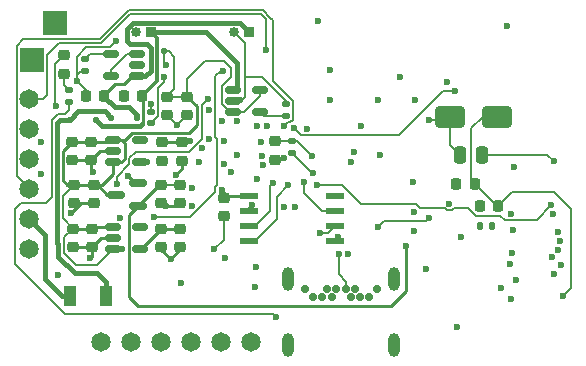
<source format=gbr>
%TF.GenerationSoftware,KiCad,Pcbnew,8.0.8*%
%TF.CreationDate,2025-02-18T00:27:10-08:00*%
%TF.ProjectId,OuterBoard_rev3.1,4f757465-7242-46f6-9172-645f72657633,rev?*%
%TF.SameCoordinates,Original*%
%TF.FileFunction,Copper,L6,Bot*%
%TF.FilePolarity,Positive*%
%FSLAX46Y46*%
G04 Gerber Fmt 4.6, Leading zero omitted, Abs format (unit mm)*
G04 Created by KiCad (PCBNEW 8.0.8) date 2025-02-18 00:27:10*
%MOMM*%
%LPD*%
G01*
G04 APERTURE LIST*
G04 Aperture macros list*
%AMRoundRect*
0 Rectangle with rounded corners*
0 $1 Rounding radius*
0 $2 $3 $4 $5 $6 $7 $8 $9 X,Y pos of 4 corners*
0 Add a 4 corners polygon primitive as box body*
4,1,4,$2,$3,$4,$5,$6,$7,$8,$9,$2,$3,0*
0 Add four circle primitives for the rounded corners*
1,1,$1+$1,$2,$3*
1,1,$1+$1,$4,$5*
1,1,$1+$1,$6,$7*
1,1,$1+$1,$8,$9*
0 Add four rect primitives between the rounded corners*
20,1,$1+$1,$2,$3,$4,$5,0*
20,1,$1+$1,$4,$5,$6,$7,0*
20,1,$1+$1,$6,$7,$8,$9,0*
20,1,$1+$1,$8,$9,$2,$3,0*%
G04 Aperture macros list end*
%TA.AperFunction,ComponentPad*%
%ADD10C,1.650000*%
%TD*%
%TA.AperFunction,ComponentPad*%
%ADD11C,0.700000*%
%TD*%
%TA.AperFunction,ComponentPad*%
%ADD12O,1.000000X2.000000*%
%TD*%
%TA.AperFunction,ComponentPad*%
%ADD13R,2.000000X2.000000*%
%TD*%
%TA.AperFunction,ComponentPad*%
%ADD14R,0.850000X0.850000*%
%TD*%
%TA.AperFunction,ComponentPad*%
%ADD15C,0.850000*%
%TD*%
%TA.AperFunction,SMDPad,CuDef*%
%ADD16RoundRect,0.225000X-0.250000X0.225000X-0.250000X-0.225000X0.250000X-0.225000X0.250000X0.225000X0*%
%TD*%
%TA.AperFunction,SMDPad,CuDef*%
%ADD17RoundRect,0.225000X0.225000X0.250000X-0.225000X0.250000X-0.225000X-0.250000X0.225000X-0.250000X0*%
%TD*%
%TA.AperFunction,SMDPad,CuDef*%
%ADD18R,1.549400X0.558800*%
%TD*%
%TA.AperFunction,SMDPad,CuDef*%
%ADD19R,1.117600X1.803400*%
%TD*%
%TA.AperFunction,SMDPad,CuDef*%
%ADD20RoundRect,0.250000X-0.250000X-0.475000X0.250000X-0.475000X0.250000X0.475000X-0.250000X0.475000X0*%
%TD*%
%TA.AperFunction,SMDPad,CuDef*%
%ADD21RoundRect,0.150000X0.512500X0.150000X-0.512500X0.150000X-0.512500X-0.150000X0.512500X-0.150000X0*%
%TD*%
%TA.AperFunction,SMDPad,CuDef*%
%ADD22RoundRect,0.250000X1.000000X0.650000X-1.000000X0.650000X-1.000000X-0.650000X1.000000X-0.650000X0*%
%TD*%
%TA.AperFunction,SMDPad,CuDef*%
%ADD23RoundRect,0.218750X-0.256250X0.218750X-0.256250X-0.218750X0.256250X-0.218750X0.256250X0.218750X0*%
%TD*%
%TA.AperFunction,SMDPad,CuDef*%
%ADD24RoundRect,0.135000X-0.185000X0.135000X-0.185000X-0.135000X0.185000X-0.135000X0.185000X0.135000X0*%
%TD*%
%TA.AperFunction,SMDPad,CuDef*%
%ADD25RoundRect,0.147500X0.172500X-0.147500X0.172500X0.147500X-0.172500X0.147500X-0.172500X-0.147500X0*%
%TD*%
%TA.AperFunction,SMDPad,CuDef*%
%ADD26RoundRect,0.150000X-0.512500X-0.150000X0.512500X-0.150000X0.512500X0.150000X-0.512500X0.150000X0*%
%TD*%
%TA.AperFunction,SMDPad,CuDef*%
%ADD27RoundRect,0.125000X-0.125000X-0.125000X0.125000X-0.125000X0.125000X0.125000X-0.125000X0.125000X0*%
%TD*%
%TA.AperFunction,SMDPad,CuDef*%
%ADD28RoundRect,0.135000X0.135000X0.185000X-0.135000X0.185000X-0.135000X-0.185000X0.135000X-0.185000X0*%
%TD*%
%TA.AperFunction,SMDPad,CuDef*%
%ADD29RoundRect,0.150000X0.587500X0.150000X-0.587500X0.150000X-0.587500X-0.150000X0.587500X-0.150000X0*%
%TD*%
%TA.AperFunction,SMDPad,CuDef*%
%ADD30RoundRect,0.140000X0.170000X-0.140000X0.170000X0.140000X-0.170000X0.140000X-0.170000X-0.140000X0*%
%TD*%
%TA.AperFunction,SMDPad,CuDef*%
%ADD31RoundRect,0.135000X0.185000X-0.135000X0.185000X0.135000X-0.185000X0.135000X-0.185000X-0.135000X0*%
%TD*%
%TA.AperFunction,SMDPad,CuDef*%
%ADD32RoundRect,0.125000X-0.125000X0.125000X-0.125000X-0.125000X0.125000X-0.125000X0.125000X0.125000X0*%
%TD*%
%TA.AperFunction,ViaPad*%
%ADD33C,0.600000*%
%TD*%
%TA.AperFunction,Conductor*%
%ADD34C,0.200000*%
%TD*%
%TA.AperFunction,Conductor*%
%ADD35C,0.254000*%
%TD*%
%TA.AperFunction,Conductor*%
%ADD36C,0.400000*%
%TD*%
%TA.AperFunction,Conductor*%
%ADD37C,0.250000*%
%TD*%
%TA.AperFunction,Conductor*%
%ADD38C,0.300000*%
%TD*%
G04 APERTURE END LIST*
D10*
%TO.P,J2,1*%
%TO.N,GPIO45*%
X115620800Y-104013000D03*
%TO.P,J2,2*%
%TO.N,GPIO46*%
X118160800Y-104013000D03*
%TO.P,J2,3*%
%TO.N,IO21{slash}USER_LED*%
X120700800Y-104013000D03*
%TO.P,J2,4*%
%TO.N,D10{slash}A10{slash}MOSI*%
X123240800Y-104013000D03*
%TO.P,J2,5*%
%TO.N,D9{slash}A9{slash}MISO*%
X125780800Y-104013000D03*
%TO.P,J2,6*%
%TO.N,D8{slash}A8{slash}SCK*%
X128320800Y-104013000D03*
%TD*%
D11*
%TO.P,J42,B1,GND__2*%
%TO.N,GND*%
X138978400Y-99503000D03*
%TO.P,J42,B2,SSTXP2*%
%TO.N,unconnected-(J42-SSTXP2-PadB2)*%
X138328400Y-100203000D03*
%TO.P,J42,B3,SSTXN2*%
%TO.N,unconnected-(J42-SSTXN2-PadB3)*%
X137528400Y-100203000D03*
%TO.P,J42,B4,VBUS__2*%
%TO.N,+5V*%
X137128400Y-99503000D03*
%TO.P,J42,B5,CC2*%
%TO.N,Net-(J42-CC2)*%
X136728400Y-100203000D03*
%TO.P,J42,B6,DP2*%
%TO.N,USB_DP*%
X136328400Y-99503000D03*
%TO.P,J42,B7,DN2*%
%TO.N,USB_DN*%
X135528400Y-99503000D03*
%TO.P,J42,B8,SBU2*%
%TO.N,unconnected-(J42-SBU2-PadB8)*%
X135128400Y-100203000D03*
%TO.P,J42,B9,VBUS__3*%
%TO.N,+5V*%
X134728400Y-99503000D03*
%TO.P,J42,B10,SSRXN1*%
%TO.N,unconnected-(J42-SSRXN1-PadB10)*%
X134328400Y-100203000D03*
%TO.P,J42,B11,SSRXP1*%
%TO.N,unconnected-(J42-SSRXP1-PadB11)*%
X133528400Y-100203000D03*
%TO.P,J42,B12,GND__3*%
%TO.N,GND*%
X132878400Y-99503000D03*
D12*
%TO.P,J42,SH1,SHIELD*%
X131428400Y-98703000D03*
%TO.P,J42,SH2,SHIELD__1*%
X140428400Y-98703000D03*
%TO.P,J42,SH3,SHIELD__2*%
X131428400Y-104303000D03*
%TO.P,J42,SH4,SHIELD__3*%
X140428400Y-104303000D03*
%TD*%
D13*
%TO.P,TP1,1,1*%
%TO.N,Net-(D1-K)*%
X109728000Y-80137000D03*
%TD*%
D14*
%TO.P,J3,1,1*%
%TO.N,+BATT1*%
X119837200Y-77800200D03*
D15*
%TO.P,J3,2,2*%
%TO.N,GNDPWR*%
X118587200Y-77800200D03*
%TD*%
D14*
%TO.P,J4,1,1*%
%TO.N,+BATT2*%
X128117600Y-77749400D03*
D15*
%TO.P,J4,2,2*%
%TO.N,GNDPWR*%
X126867600Y-77749400D03*
%TD*%
D13*
%TO.P,TP2,1,1*%
%TO.N,Net-(D2-K)*%
X111683800Y-76962000D03*
%TD*%
D10*
%TO.P,J1,1*%
%TO.N,GNDPWR*%
X109524800Y-96113600D03*
%TO.P,J1,2*%
%TO.N,VDC*%
X109524800Y-93573600D03*
%TO.P,J1,3*%
%TO.N,D1{slash}A1*%
X109524800Y-91033600D03*
%TO.P,J1,4*%
%TO.N,GNDPWR*%
X109524800Y-88493600D03*
%TO.P,J1,5*%
%TO.N,VDC*%
X109524800Y-85953600D03*
%TO.P,J1,6*%
%TO.N,D0{slash}A0*%
X109524800Y-83413600D03*
%TD*%
D16*
%TO.P,C16,1*%
%TO.N,+3.3V*%
X122453400Y-87093800D03*
%TO.P,C16,2*%
%TO.N,GND*%
X122453400Y-88643800D03*
%TD*%
%TO.P,C27,1*%
%TO.N,+2V8*%
X122301000Y-90728800D03*
%TO.P,C27,2*%
%TO.N,GND*%
X122301000Y-92278800D03*
%TD*%
D17*
%TO.P,C12,1*%
%TO.N,Net-(D7-K)*%
X147244400Y-90627200D03*
%TO.P,C12,2*%
%TO.N,GND*%
X145694400Y-90627200D03*
%TD*%
D18*
%TO.P,U2,1,CS#*%
%TO.N,SPICS0*%
X135432900Y-91643200D03*
%TO.P,U2,2,SO(IO1)*%
%TO.N,SPIQ*%
X135432900Y-92913200D03*
%TO.P,U2,3,WP#(IO2)*%
%TO.N,SPIWP*%
X135432900Y-94183200D03*
%TO.P,U2,4,VSS*%
%TO.N,GND*%
X135432900Y-95453200D03*
%TO.P,U2,5,SI(IO0)*%
%TO.N,SPID*%
X128168500Y-95453200D03*
%TO.P,U2,6,SCLK*%
%TO.N,SPICLK*%
X128168500Y-94183200D03*
%TO.P,U2,7,HOLD#(IO3)*%
%TO.N,SPIHD*%
X128168500Y-92913200D03*
%TO.P,U2,8,VCC*%
%TO.N,VDD_SPI*%
X128168500Y-91643200D03*
%TD*%
D16*
%TO.P,C7,1*%
%TO.N,VDC*%
X121183400Y-83235800D03*
%TO.P,C7,2*%
%TO.N,GND*%
X121183400Y-84785800D03*
%TD*%
D19*
%TO.P,F1,1,1*%
%TO.N,VDC*%
X113004600Y-100152200D03*
%TO.P,F1,2,2*%
%TO.N,Net-(D10-K)*%
X116001800Y-100152200D03*
%TD*%
D16*
%TO.P,C24,1*%
%TO.N,+1V8*%
X120700800Y-94411800D03*
%TO.P,C24,2*%
%TO.N,GND*%
X120700800Y-95961800D03*
%TD*%
%TO.P,C20,1*%
%TO.N,VDC*%
X113334800Y-90703400D03*
%TO.P,C20,2*%
%TO.N,GND*%
X113334800Y-92253400D03*
%TD*%
%TO.P,C21,1*%
%TO.N,VDC*%
X114833400Y-94411800D03*
%TO.P,C21,2*%
%TO.N,GND*%
X114833400Y-95961800D03*
%TD*%
D20*
%TO.P,FB1,1*%
%TO.N,+2V8*%
X145973800Y-88163400D03*
%TO.P,FB1,2*%
%TO.N,Net-(FB1-Pad2)*%
X147873800Y-88163400D03*
%TD*%
D21*
%TO.P,U3,1,CE*%
%TO.N,VDC*%
X118688700Y-79618800D03*
%TO.P,U3,2,V_{SS}*%
%TO.N,GNDPWR*%
X118688700Y-80568800D03*
%TO.P,U3,3,V_{BAT}*%
%TO.N,+BATT2*%
X118688700Y-81518800D03*
%TO.P,U3,4,V_{DD}*%
%TO.N,VDC*%
X116413700Y-81518800D03*
%TO.P,U3,5,PROG*%
%TO.N,Net-(U3-PROG)*%
X116413700Y-79618800D03*
%TD*%
D16*
%TO.P,C11,1*%
%TO.N,VDC*%
X113131600Y-87043000D03*
%TO.P,C11,2*%
%TO.N,GND*%
X113131600Y-88593000D03*
%TD*%
D17*
%TO.P,C8,1*%
%TO.N,+BATT2*%
X115874800Y-83159600D03*
%TO.P,C8,2*%
%TO.N,GNDPWR*%
X114324800Y-83159600D03*
%TD*%
D22*
%TO.P,D7,1,K*%
%TO.N,Net-(D7-K)*%
X149142200Y-84937600D03*
%TO.P,D7,2,A*%
%TO.N,+2V8*%
X145142200Y-84937600D03*
%TD*%
D23*
%TO.P,D13,1,K*%
%TO.N,GND*%
X112445800Y-79705100D03*
%TO.P,D13,2,A*%
%TO.N,Net-(D13-A)*%
X112445800Y-81280100D03*
%TD*%
D24*
%TO.P,R25,1*%
%TO.N,Net-(D13-A)*%
X112903000Y-82651600D03*
%TO.P,R25,2*%
%TO.N,+5V*%
X112903000Y-83671600D03*
%TD*%
D25*
%TO.P,L2,1,1*%
%TO.N,+3.3V*%
X131775200Y-87988000D03*
%TO.P,L2,2,2*%
%TO.N,Net-(C38-Pad1)*%
X131775200Y-87018000D03*
%TD*%
D17*
%TO.P,C14,1*%
%TO.N,Net-(D7-K)*%
X149199600Y-92481400D03*
%TO.P,C14,2*%
%TO.N,GND*%
X147649600Y-92481400D03*
%TD*%
D26*
%TO.P,U4,1,VIN*%
%TO.N,VDC*%
X116636800Y-88793400D03*
%TO.P,U4,2,GND*%
%TO.N,GND*%
X116636800Y-87843400D03*
%TO.P,U4,3,EN*%
%TO.N,VDC*%
X116636800Y-86893400D03*
%TO.P,U4,4,NC*%
%TO.N,unconnected-(U4-NC-Pad4)*%
X118911800Y-86893400D03*
%TO.P,U4,5,VOUT*%
%TO.N,+3.3V*%
X118911800Y-88793400D03*
%TD*%
D17*
%TO.P,C4,1*%
%TO.N,+BATT1*%
X119100600Y-83159600D03*
%TO.P,C4,2*%
%TO.N,GNDPWR*%
X117550600Y-83159600D03*
%TD*%
D16*
%TO.P,C26,1*%
%TO.N,+1V8*%
X122326400Y-94411800D03*
%TO.P,C26,2*%
%TO.N,GND*%
X122326400Y-95961800D03*
%TD*%
D27*
%TO.P,D11,1,K*%
%TO.N,Net-(D10-K)*%
X116459000Y-85013800D03*
%TO.P,D11,2,A*%
%TO.N,+BATT2*%
X118659000Y-85013800D03*
%TD*%
D24*
%TO.P,R4,1*%
%TO.N,Net-(U3-PROG)*%
X114249200Y-80058800D03*
%TO.P,R4,2*%
%TO.N,GNDPWR*%
X114249200Y-81078800D03*
%TD*%
D28*
%TO.P,R5,1*%
%TO.N,Net-(J10-Pad8)*%
X148742400Y-94183200D03*
%TO.P,R5,2*%
%TO.N,GND*%
X147722400Y-94183200D03*
%TD*%
D29*
%TO.P,U6,1,GND*%
%TO.N,GND*%
X118745000Y-90576400D03*
%TO.P,U6,2,VO*%
%TO.N,+2V8*%
X118745000Y-92476400D03*
%TO.P,U6,3,VI*%
%TO.N,VDC*%
X116870000Y-91526400D03*
%TD*%
D16*
%TO.P,C25,1*%
%TO.N,+2V8*%
X120650000Y-90728800D03*
%TO.P,C25,2*%
%TO.N,GND*%
X120650000Y-92278800D03*
%TD*%
D30*
%TO.P,C2,1*%
%TO.N,VCC*%
X119862600Y-85468400D03*
%TO.P,C2,2*%
%TO.N,GNDPWR*%
X119862600Y-84508400D03*
%TD*%
D16*
%TO.P,C22,1*%
%TO.N,VDC*%
X114985800Y-90703400D03*
%TO.P,C22,2*%
%TO.N,GND*%
X114985800Y-92253400D03*
%TD*%
%TO.P,C38,1*%
%TO.N,Net-(C38-Pad1)*%
X130327400Y-87020400D03*
%TO.P,C38,2*%
%TO.N,GND*%
X130327400Y-88570400D03*
%TD*%
D27*
%TO.P,D10,1,K*%
%TO.N,Net-(D10-K)*%
X112946000Y-85191600D03*
%TO.P,D10,2,A*%
%TO.N,+BATT1*%
X115146000Y-85191600D03*
%TD*%
D16*
%TO.P,C44,1*%
%TO.N,VDD_SPI*%
X126009400Y-91782600D03*
%TO.P,C44,2*%
%TO.N,GND*%
X126009400Y-93332600D03*
%TD*%
D26*
%TO.P,U5,1,VIN*%
%TO.N,VDC*%
X116647800Y-96134000D03*
%TO.P,U5,2,GND*%
%TO.N,GND*%
X116647800Y-95184000D03*
%TO.P,U5,3,EN*%
%TO.N,VDC*%
X116647800Y-94234000D03*
%TO.P,U5,4,NC*%
%TO.N,unconnected-(U5-NC-Pad4)*%
X118922800Y-94234000D03*
%TO.P,U5,5,VOUT*%
%TO.N,+1V8*%
X118922800Y-96134000D03*
%TD*%
D16*
%TO.P,C10,1*%
%TO.N,VDC*%
X114757200Y-87045800D03*
%TO.P,C10,2*%
%TO.N,GND*%
X114757200Y-88595800D03*
%TD*%
D31*
%TO.P,R1,1*%
%TO.N,Net-(U1-PROG)*%
X131267200Y-84888800D03*
%TO.P,R1,2*%
%TO.N,GNDPWR*%
X131267200Y-83868800D03*
%TD*%
D16*
%TO.P,C3,1*%
%TO.N,VDC*%
X122885200Y-83235800D03*
%TO.P,C3,2*%
%TO.N,GND*%
X122885200Y-84785800D03*
%TD*%
%TO.P,C19,1*%
%TO.N,VDC*%
X113233200Y-94411800D03*
%TO.P,C19,2*%
%TO.N,GND*%
X113233200Y-95961800D03*
%TD*%
%TO.P,C13,1*%
%TO.N,+3.3V*%
X120802400Y-87096600D03*
%TO.P,C13,2*%
%TO.N,GND*%
X120802400Y-88646600D03*
%TD*%
D32*
%TO.P,D6,1,K*%
%TO.N,VDC*%
X120954800Y-79400400D03*
%TO.P,D6,2,A*%
%TO.N,VCC*%
X120954800Y-81600400D03*
%TD*%
D26*
%TO.P,U1,1,CE*%
%TO.N,VDC*%
X126796800Y-84551600D03*
%TO.P,U1,2,V_{SS}*%
%TO.N,GNDPWR*%
X126796800Y-83601600D03*
%TO.P,U1,3,V_{BAT}*%
%TO.N,+BATT1*%
X126796800Y-82651600D03*
%TO.P,U1,4,V_{DD}*%
%TO.N,VDC*%
X129071800Y-82651600D03*
%TO.P,U1,5,PROG*%
%TO.N,Net-(U1-PROG)*%
X129071800Y-84551600D03*
%TD*%
D33*
%TO.N,GND*%
X147726400Y-94157800D03*
X114935000Y-89611200D03*
X121132600Y-92504600D03*
X142111489Y-93007223D03*
X121488200Y-97002600D03*
X145669000Y-90678000D03*
X154263252Y-96239441D03*
X123910000Y-88790000D03*
X120802400Y-88646600D03*
X110540800Y-87096600D03*
X150320000Y-100336400D03*
X145084800Y-92284600D03*
X150571200Y-89230200D03*
X113030000Y-93116400D03*
X128730000Y-97690000D03*
X142028800Y-90476900D03*
X147650200Y-92456000D03*
X117889684Y-89981291D03*
X123266200Y-92532200D03*
X131069477Y-88457575D03*
X111749000Y-84037600D03*
X139238800Y-88206400D03*
X122047000Y-85648800D03*
X128652394Y-99384806D03*
X114681000Y-96926400D03*
X125196600Y-96164400D03*
X122351800Y-99034600D03*
X135661400Y-95097600D03*
X139065000Y-83540600D03*
X134970000Y-83510000D03*
X117201071Y-93477539D03*
X134970000Y-80990000D03*
X134000000Y-76850000D03*
X145770600Y-102743000D03*
X121943122Y-89829707D03*
X142189200Y-83540600D03*
X150012400Y-77241400D03*
%TO.N,VCC*%
X120954800Y-81538800D03*
%TO.N,+2V8*%
X143408400Y-85242400D03*
X141452600Y-95885000D03*
%TO.N,VDC*%
X117396700Y-96139000D03*
X113004600Y-100152200D03*
X121107200Y-80568800D03*
X118688700Y-79618800D03*
%TO.N,Net-(D7-K)*%
X154686000Y-100101400D03*
%TO.N,+3.3V*%
X140944600Y-81584800D03*
X123266200Y-90954600D03*
X126100000Y-96920000D03*
X120802400Y-87096600D03*
X146098900Y-95123000D03*
X111988600Y-98348800D03*
X144909600Y-81965800D03*
X142087600Y-94589600D03*
X119483800Y-88793400D03*
X123153000Y-87031400D03*
X133527800Y-89662000D03*
X110515400Y-89814400D03*
X143078200Y-97866200D03*
%TO.N,+1V8*%
X153847800Y-93192600D03*
X120700800Y-94411800D03*
%TO.N,Net-(C38-Pad1)*%
X133444702Y-88239600D03*
%TO.N,+5V*%
X130429000Y-101879400D03*
%TO.N,IO21{slash}USER_LED*%
X125830000Y-85308799D03*
%TO.N,Net-(FB1-Pad2)*%
X153949400Y-88722200D03*
%TO.N,USB_DP*%
X135712200Y-96520000D03*
X126586400Y-89603665D03*
%TO.N,USB_DN*%
X136525000Y-96570800D03*
X125984000Y-88900000D03*
%TO.N,MTCK{slash}IO39{slash}CAM_SCL*%
X139013899Y-94285101D03*
X143370000Y-93550000D03*
%TO.N,IO38{slash}DVP_VSYNC*%
X133858000Y-90728800D03*
X153725086Y-92450272D03*
%TO.N,Net-(J10-Pad8)*%
X148742400Y-94183200D03*
%TO.N,IO47{slash}DVP_HREF*%
X131987500Y-92597090D03*
X150342600Y-93141800D03*
%TO.N,IO48{slash}DVP_Y9*%
X131054076Y-92574211D03*
X150520400Y-94564200D03*
%TO.N,IO10{slash}XMCLK*%
X127127615Y-85308799D03*
X154300000Y-94700000D03*
%TO.N,IO11{slash}DVP_Y8*%
X124715600Y-86848296D03*
X154440000Y-95490000D03*
%TO.N,IO12{slash}DVP_Y7*%
X153810000Y-96840000D03*
X125984000Y-87020400D03*
%TO.N,IO13{slash}DVP_PCLK*%
X129164567Y-87102167D03*
X150418800Y-96443800D03*
%TO.N,IO14{slash}DVP_Y6*%
X154514600Y-97455000D03*
X124160450Y-87606201D03*
%TO.N,IO15{slash}DVP_Y2*%
X127076200Y-88206000D03*
X150215600Y-97434400D03*
%TO.N,IO16{slash}DVP_Y5*%
X153970000Y-98240000D03*
X129235200Y-88288500D03*
%TO.N,IO17{slash}DVP_Y3*%
X129330301Y-89044545D03*
X150710000Y-98792400D03*
%TO.N,IO18{slash}DVP_Y4*%
X149450000Y-99441000D03*
X128839742Y-90170878D03*
%TO.N,CHIP_EN*%
X133030300Y-85939200D03*
X137591800Y-85725000D03*
%TO.N,BNO_INT*%
X120091200Y-93421200D03*
X125933200Y-81049800D03*
%TO.N,D1{slash}A1*%
X131108400Y-85750400D03*
%TO.N,D0{slash}A0*%
X129592400Y-79324200D03*
%TO.N,GPIO0*%
X131953000Y-85928200D03*
X145592800Y-82753200D03*
%TO.N,BNO_RST*%
X116967000Y-90601800D03*
X124661600Y-83439000D03*
%TO.N,D8{slash}A8{slash}SCK*%
X129641600Y-85750400D03*
%TO.N,D9{slash}A9{slash}MISO*%
X128843704Y-85733896D03*
%TO.N,D10{slash}A10{slash}MOSI*%
X124714000Y-84404200D03*
%TO.N,VDD_SPI*%
X125830000Y-91135200D03*
%TO.N,SPIHD*%
X128357314Y-92410849D03*
%TO.N,SPIWP*%
X134162800Y-94818200D03*
%TO.N,SPICS0*%
X135432900Y-91643200D03*
%TO.N,SPICLK*%
X130149600Y-90576400D03*
%TO.N,SPIQ*%
X132791200Y-90500200D03*
%TO.N,SPID*%
X131445000Y-90754200D03*
%TO.N,GNDPWR*%
X118688700Y-80568800D03*
X117668297Y-83398103D03*
X127345704Y-83494601D03*
X113583130Y-81940400D03*
X119820552Y-83885375D03*
X116890800Y-78536800D03*
%TO.N,GPIO45*%
X136753600Y-88773000D03*
%TO.N,GPIO46*%
X136982200Y-87884000D03*
%TD*%
D34*
%TO.N,GND*%
X122047000Y-85648800D02*
X122047000Y-85624000D01*
D35*
X122075200Y-92504600D02*
X122301000Y-92278800D01*
D34*
X112445800Y-79705100D02*
X111718400Y-80432500D01*
X126009400Y-93332600D02*
X126009400Y-95351600D01*
X111718400Y-80432500D02*
X111718400Y-84007000D01*
D35*
X121132600Y-92504600D02*
X122075200Y-92504600D01*
X120802400Y-88688985D02*
X120802400Y-88646600D01*
X113893000Y-92253400D02*
X113030000Y-93116400D01*
D34*
X122047000Y-85648800D02*
X122046400Y-85648800D01*
D35*
X122326400Y-96164400D02*
X121488200Y-97002600D01*
X114833400Y-96774000D02*
X114681000Y-96926400D01*
D34*
X126009400Y-95351600D02*
X125196600Y-96164400D01*
X147649600Y-92456600D02*
X147650200Y-92456000D01*
X130956652Y-88570400D02*
X130327400Y-88570400D01*
D35*
X115611200Y-95184000D02*
X114833400Y-95961800D01*
D34*
X122046400Y-85648800D02*
X121183400Y-84785800D01*
D35*
X115509600Y-87843400D02*
X114757200Y-88595800D01*
D34*
X147722400Y-94161800D02*
X147726400Y-94157800D01*
D35*
X120700800Y-96215200D02*
X121488200Y-97002600D01*
X116636800Y-87843400D02*
X115509600Y-87843400D01*
X113233200Y-95961800D02*
X114833400Y-95961800D01*
D34*
X145694400Y-90627200D02*
X145694400Y-90652600D01*
X147649600Y-92481400D02*
X147649600Y-92456600D01*
D35*
X114757200Y-89433400D02*
X114757200Y-88595800D01*
D34*
X122047000Y-85624000D02*
X122885200Y-84785800D01*
D35*
X114754400Y-88593000D02*
X114757200Y-88595800D01*
D34*
X111718400Y-84007000D02*
X111749000Y-84037600D01*
D35*
X120906800Y-92278800D02*
X120650000Y-92278800D01*
X121132600Y-92504600D02*
X120906800Y-92278800D01*
X118484793Y-90576400D02*
X118745000Y-90576400D01*
D34*
X135432900Y-95453200D02*
X135432900Y-95326100D01*
D35*
X120700800Y-95961800D02*
X120700800Y-96215200D01*
D34*
X131069477Y-88457575D02*
X130956652Y-88570400D01*
D35*
X114935000Y-89611200D02*
X114757200Y-89433400D01*
X116647800Y-95184000D02*
X115611200Y-95184000D01*
X122326400Y-95961800D02*
X122326400Y-96164400D01*
X117889684Y-89981291D02*
X118484793Y-90576400D01*
X114985800Y-92253400D02*
X113893000Y-92253400D01*
X122453400Y-89319429D02*
X122453400Y-88643800D01*
D34*
X135432900Y-95326100D02*
X135661400Y-95097600D01*
D35*
X113131600Y-88593000D02*
X114754400Y-88593000D01*
D34*
X147722400Y-94183200D02*
X147722400Y-94161800D01*
X145694400Y-90652600D02*
X145669000Y-90678000D01*
D35*
X121943122Y-89829707D02*
X122453400Y-89319429D01*
X114833400Y-95961800D02*
X114833400Y-96774000D01*
D34*
%TO.N,VCC*%
X120954800Y-81965800D02*
X120425000Y-82495600D01*
X120425000Y-82495600D02*
X120425000Y-84906000D01*
X120954800Y-81600400D02*
X120954800Y-81965800D01*
X120904800Y-81550400D02*
X120954800Y-81600400D01*
X120425000Y-84906000D02*
X119862600Y-85468400D01*
X120954800Y-81600400D02*
X120954800Y-81538800D01*
D35*
%TO.N,+2V8*%
X118770400Y-100965000D02*
X140182600Y-100965000D01*
D34*
X145142200Y-87331800D02*
X145973800Y-88163400D01*
X145142200Y-84937600D02*
X145142200Y-87331800D01*
D35*
X120492600Y-90728800D02*
X120650000Y-90728800D01*
D34*
X144837400Y-85242400D02*
X145142200Y-84937600D01*
D35*
X117980900Y-93240500D02*
X117980900Y-100175500D01*
X118745000Y-92476400D02*
X117980900Y-93240500D01*
X117980900Y-100175500D02*
X118770400Y-100965000D01*
X118745000Y-92476400D02*
X120492600Y-90728800D01*
X141452600Y-99695000D02*
X141452600Y-95885000D01*
X140182600Y-100965000D02*
X141452600Y-99695000D01*
D34*
X143408400Y-85242400D02*
X144837400Y-85242400D01*
X122301000Y-90728800D02*
X120650000Y-90728800D01*
%TO.N,VDC*%
X115298200Y-97483600D02*
X113511000Y-97483600D01*
X116647800Y-96134000D02*
X117391700Y-96134000D01*
D35*
X117299299Y-88793400D02*
X117602000Y-88490699D01*
D34*
X117815400Y-79618800D02*
X118688700Y-79618800D01*
D35*
X116636800Y-89763600D02*
X116636800Y-88793400D01*
D34*
X117391700Y-96134000D02*
X117396700Y-96139000D01*
D35*
X114985800Y-90703400D02*
X115316000Y-90703400D01*
D34*
X116413700Y-81518800D02*
X116413700Y-81020500D01*
D35*
X113334800Y-90703400D02*
X114985800Y-90703400D01*
D36*
X109524800Y-93573600D02*
X110896400Y-94945200D01*
D34*
X121361200Y-79400400D02*
X121818400Y-79857600D01*
D36*
X110896400Y-98709200D02*
X112339400Y-100152200D01*
D35*
X118247480Y-86283800D02*
X123088400Y-86283800D01*
X123088400Y-86283800D02*
X123698000Y-85674200D01*
D34*
X124409200Y-80187800D02*
X122885200Y-81711800D01*
X126511064Y-84551600D02*
X125806200Y-83846736D01*
D35*
X114754400Y-87043000D02*
X114757200Y-87045800D01*
D34*
X120954800Y-79400400D02*
X121361200Y-79400400D01*
X112369600Y-91668600D02*
X112369600Y-93548200D01*
X126796800Y-84551600D02*
X126511064Y-84551600D01*
D36*
X112339400Y-100152200D02*
X113004600Y-100152200D01*
D35*
X116636800Y-88793400D02*
X117299299Y-88793400D01*
X117602000Y-88490699D02*
X117602000Y-87196101D01*
D34*
X116413700Y-81020500D02*
X117815400Y-79618800D01*
X129071800Y-82651600D02*
X129071800Y-83145200D01*
D35*
X112750600Y-90703400D02*
X112377200Y-90330000D01*
D34*
X116647800Y-96134000D02*
X115298200Y-97483600D01*
D35*
X113233200Y-94411800D02*
X114833400Y-94411800D01*
D34*
X121107200Y-80568800D02*
X120954800Y-80416400D01*
X120954800Y-80416400D02*
X120954800Y-79400400D01*
X112505800Y-95139200D02*
X113233200Y-94411800D01*
D35*
X115316000Y-90703400D02*
X116139000Y-91526400D01*
X116636800Y-86893400D02*
X117637880Y-86893400D01*
D34*
X122885200Y-81711800D02*
X122885200Y-83235800D01*
X121183400Y-83235800D02*
X122885200Y-83235800D01*
D35*
X113131600Y-87043000D02*
X114754400Y-87043000D01*
X116139000Y-91526400D02*
X116870000Y-91526400D01*
X112377200Y-90330000D02*
X112377200Y-87797400D01*
X123698000Y-84048600D02*
X122885200Y-83235800D01*
X115011200Y-94234000D02*
X116647800Y-94234000D01*
D34*
X121818400Y-82600800D02*
X121183400Y-83235800D01*
X112505800Y-96478400D02*
X112505800Y-95139200D01*
D35*
X112377200Y-87797400D02*
X113131600Y-87043000D01*
D34*
X125984000Y-80187800D02*
X124409200Y-80187800D01*
D35*
X117637880Y-86893400D02*
X118247480Y-86283800D01*
D34*
X126619000Y-81559400D02*
X126619000Y-80822800D01*
D35*
X113334800Y-90703400D02*
X112750600Y-90703400D01*
X123698000Y-85674200D02*
X123698000Y-84048600D01*
X117299299Y-86893400D02*
X116636800Y-86893400D01*
D34*
X126619000Y-80822800D02*
X125984000Y-80187800D01*
X113511000Y-97483600D02*
X112505800Y-96478400D01*
D35*
X114833400Y-94411800D02*
X115011200Y-94234000D01*
D36*
X110896400Y-94945200D02*
X110896400Y-98709200D01*
D35*
X117602000Y-87196101D02*
X117299299Y-86893400D01*
D34*
X127665400Y-84551600D02*
X126796800Y-84551600D01*
X125806200Y-82372200D02*
X126619000Y-81559400D01*
X125806200Y-83846736D02*
X125806200Y-82372200D01*
X112369600Y-93548200D02*
X113233200Y-94411800D01*
X121818400Y-79857600D02*
X121818400Y-82600800D01*
D35*
X114757200Y-87045800D02*
X116484400Y-87045800D01*
D34*
X113334800Y-90703400D02*
X112369600Y-91668600D01*
D35*
X114985800Y-90703400D02*
X115697000Y-90703400D01*
X116484400Y-87045800D02*
X116636800Y-86893400D01*
X115697000Y-90703400D02*
X116636800Y-89763600D01*
D34*
X129071800Y-83145200D02*
X127665400Y-84551600D01*
%TO.N,Net-(D7-K)*%
X149098600Y-92481400D02*
X149199600Y-92481400D01*
X147244400Y-90627200D02*
X149098600Y-92481400D01*
X150371000Y-91310000D02*
X149199600Y-92481400D01*
X149142200Y-84937600D02*
X147955000Y-84937600D01*
X155390000Y-92778400D02*
X153921600Y-91310000D01*
X155390000Y-99397400D02*
X155390000Y-92778400D01*
X153921600Y-91310000D02*
X150371000Y-91310000D01*
X147955000Y-84937600D02*
X146964400Y-85928200D01*
X146964400Y-85928200D02*
X146964400Y-90347200D01*
X146964400Y-90347200D02*
X147244400Y-90627200D01*
X154686000Y-100101400D02*
X155390000Y-99397400D01*
D35*
%TO.N,+3.3V*%
X122453400Y-87093800D02*
X120805200Y-87093800D01*
X120805200Y-87093800D02*
X120802400Y-87096600D01*
X119483800Y-88793400D02*
X118911800Y-88793400D01*
D34*
X133449200Y-89662000D02*
X133527800Y-89662000D01*
D35*
X123090600Y-87093800D02*
X123153000Y-87031400D01*
X122453400Y-87093800D02*
X123090600Y-87093800D01*
D34*
X131775200Y-87988000D02*
X133449200Y-89662000D01*
D35*
%TO.N,+1V8*%
X118922800Y-96134000D02*
X118978600Y-96134000D01*
X118978600Y-96134000D02*
X120700800Y-94411800D01*
X120700800Y-94411800D02*
X122326400Y-94411800D01*
D34*
%TO.N,Net-(C38-Pad1)*%
X130327400Y-87020400D02*
X131772800Y-87020400D01*
X133444702Y-88239600D02*
X132223102Y-87018000D01*
X132223102Y-87018000D02*
X131775200Y-87018000D01*
X131772800Y-87020400D02*
X131775200Y-87018000D01*
%TO.N,Net-(D1-K)*%
X109626200Y-79781400D02*
X109626400Y-79781400D01*
%TO.N,+5V*%
X130175000Y-101625400D02*
X130429000Y-101879400D01*
X111445400Y-85247410D02*
X111445400Y-91754600D01*
X112568000Y-84739200D02*
X111953610Y-84739200D01*
X108331000Y-92735400D02*
X108331000Y-97443900D01*
X110947200Y-92252800D02*
X108813600Y-92252800D01*
X112903000Y-84404200D02*
X112568000Y-84739200D01*
X112512500Y-101625400D02*
X130175000Y-101625400D01*
X108813600Y-92252800D02*
X108331000Y-92735400D01*
X111445400Y-91754600D02*
X110947200Y-92252800D01*
X108331000Y-97443900D02*
X112512500Y-101625400D01*
X111953610Y-84739200D02*
X111445400Y-85247410D01*
X112903000Y-83671600D02*
X112903000Y-84404200D01*
%TO.N,Net-(FB1-Pad2)*%
X153949400Y-88722200D02*
X153390600Y-88163400D01*
X153390600Y-88163400D02*
X147873800Y-88163400D01*
%TO.N,USB_DP*%
X136328400Y-98898400D02*
X135712200Y-98282200D01*
X136328400Y-99503000D02*
X136328400Y-98898400D01*
X135712200Y-98282200D02*
X135712200Y-96520000D01*
%TO.N,MTCK{slash}IO39{slash}CAM_SCL*%
X143370000Y-93550000D02*
X143144800Y-93775200D01*
X143144800Y-93775200D02*
X139523800Y-93775200D01*
X139523800Y-93775200D02*
X139013899Y-94285101D01*
%TO.N,IO38{slash}DVP_VSYNC*%
X152474758Y-93700600D02*
X149790000Y-93700600D01*
X144855988Y-92837000D02*
X144688988Y-92670000D01*
X153725086Y-92450272D02*
X152474758Y-93700600D01*
X142650000Y-92670000D02*
X142270000Y-92290000D01*
X147331820Y-93320000D02*
X146681820Y-92670000D01*
X145480612Y-92670000D02*
X145313612Y-92837000D01*
X146681820Y-92670000D02*
X145480612Y-92670000D01*
X142270000Y-92290000D02*
X137589400Y-92290000D01*
X145313612Y-92837000D02*
X144855988Y-92837000D01*
X149409400Y-93320000D02*
X147331820Y-93320000D01*
X144688988Y-92670000D02*
X142650000Y-92670000D01*
X137589400Y-92290000D02*
X136028200Y-90728800D01*
X149790000Y-93700600D02*
X149409400Y-93320000D01*
X136028200Y-90728800D02*
X133858000Y-90728800D01*
%TO.N,Net-(U1-PROG)*%
X129407000Y-84886800D02*
X131265200Y-84886800D01*
X129071800Y-84551600D02*
X129407000Y-84886800D01*
X131265200Y-84886800D02*
X131267200Y-84888800D01*
%TO.N,Net-(U3-PROG)*%
X114249200Y-80058800D02*
X114704400Y-79603600D01*
X114704400Y-79603600D02*
X116398500Y-79603600D01*
X116398500Y-79603600D02*
X116413700Y-79618800D01*
D37*
%TO.N,+BATT1*%
X119176800Y-83235800D02*
X119100600Y-83159600D01*
D36*
X126796800Y-82651600D02*
X127096800Y-82351600D01*
D37*
X119186400Y-84718656D02*
X119126000Y-84658256D01*
D38*
X119100600Y-83159600D02*
X120345200Y-81915000D01*
D37*
X119186400Y-85410600D02*
X119186400Y-84718656D01*
X119126000Y-84658256D02*
X119126000Y-83388200D01*
D38*
X120345200Y-81915000D02*
X120345200Y-78308200D01*
D36*
X127096800Y-82351600D02*
X127096800Y-80411600D01*
D37*
X119126000Y-83388200D02*
X119227600Y-83286600D01*
D36*
X127096800Y-80411600D02*
X124485400Y-77800200D01*
X115648400Y-85694000D02*
X115146000Y-85191600D01*
D34*
X119227600Y-83286600D02*
X119100600Y-83159600D01*
D36*
X119049800Y-85547200D02*
X118903000Y-85694000D01*
D37*
X119049800Y-85547200D02*
X119186400Y-85410600D01*
D38*
X120345200Y-78308200D02*
X119837200Y-77800200D01*
D36*
X124485400Y-77800200D02*
X119837200Y-77800200D01*
X118903000Y-85694000D02*
X115648400Y-85694000D01*
%TO.N,+BATT2*%
X118688700Y-81518800D02*
X119351199Y-81518800D01*
X118059200Y-78765400D02*
X117779800Y-78486000D01*
X118325990Y-76962000D02*
X127330200Y-76962000D01*
X116763800Y-84124800D02*
X115874800Y-83235800D01*
X119842800Y-81027199D02*
X119842800Y-79075800D01*
D37*
X117551200Y-82169000D02*
X116763800Y-82169000D01*
D36*
X119532400Y-78765400D02*
X118059200Y-78765400D01*
X118659000Y-85013800D02*
X118659000Y-84782978D01*
X119351199Y-81518800D02*
X119842800Y-81027199D01*
D37*
X116763800Y-82169000D02*
X115874800Y-83058000D01*
D34*
X118659000Y-85013800D02*
X118659000Y-84924400D01*
D37*
X118201400Y-81518800D02*
X117551200Y-82169000D01*
D36*
X118659000Y-84782978D02*
X118000822Y-84124800D01*
X117779800Y-77508190D02*
X118325990Y-76962000D01*
X118688700Y-81518800D02*
X118201400Y-81518800D01*
X119842800Y-79075800D02*
X119532400Y-78765400D01*
X117779800Y-78486000D02*
X117779800Y-77508190D01*
X118000822Y-84124800D02*
X116763800Y-84124800D01*
X115874800Y-83235800D02*
X115874800Y-83159600D01*
D34*
X115874800Y-83058000D02*
X115874800Y-83159600D01*
D36*
X127330200Y-76962000D02*
X128117600Y-77749400D01*
D34*
%TO.N,BNO_INT*%
X125426800Y-86789600D02*
X125426800Y-90750400D01*
X125272800Y-90904400D02*
X125272800Y-91313600D01*
X125272800Y-86635600D02*
X125426800Y-86789600D01*
X125731600Y-81049800D02*
X125272800Y-81508600D01*
X125933200Y-81049800D02*
X125731600Y-81049800D01*
X125426800Y-90750400D02*
X125272800Y-90904400D01*
X125272800Y-81508600D02*
X125272800Y-86635600D01*
X125272800Y-91313600D02*
X123165200Y-93421200D01*
X123165200Y-93421200D02*
X120091200Y-93421200D01*
%TO.N,D1{slash}A1*%
X129944800Y-76554000D02*
X130149600Y-76758800D01*
X131616408Y-85411200D02*
X131839600Y-85188008D01*
X108447400Y-89956200D02*
X109524800Y-91033600D01*
X130149600Y-81879592D02*
X130149600Y-76758800D01*
X129944800Y-76553999D02*
X129944800Y-76554000D01*
X108447400Y-78912800D02*
X108447400Y-89956200D01*
X131839600Y-85188008D02*
X131839600Y-83569592D01*
X131839600Y-83569592D02*
X130149600Y-81879592D01*
X131108400Y-85750400D02*
X131447600Y-85411200D01*
X117938631Y-75898400D02*
X115474831Y-78362200D01*
X129289201Y-75898400D02*
X117938631Y-75898400D01*
X129944800Y-76553999D02*
X129289201Y-75898400D01*
X131447600Y-85411200D02*
X131616408Y-85411200D01*
X115474831Y-78362200D02*
X108998000Y-78362200D01*
X108998000Y-78362200D02*
X108447400Y-78912800D01*
%TO.N,D0{slash}A0*%
X129592400Y-79324200D02*
X129592400Y-76699968D01*
X110718600Y-83413600D02*
X109524800Y-83413600D01*
X118084600Y-76250800D02*
X115620800Y-78714600D01*
X111048800Y-83083400D02*
X110718600Y-83413600D01*
X112064800Y-78714600D02*
X111048800Y-79730600D01*
X129143232Y-76250800D02*
X118084600Y-76250800D01*
X129592400Y-76699968D02*
X129143232Y-76250800D01*
X111048800Y-79730600D02*
X111048800Y-83083400D01*
X115620800Y-78714600D02*
X112064800Y-78714600D01*
D36*
%TO.N,Net-(D10-K)*%
X111963200Y-96789769D02*
X113369831Y-98196400D01*
X111897800Y-85434800D02*
X111897800Y-95616400D01*
X115246400Y-98196400D02*
X116001800Y-98951800D01*
X111963200Y-95681800D02*
X111963200Y-96789769D01*
X113682600Y-84455000D02*
X112946000Y-85191600D01*
X112946000Y-85191600D02*
X112141000Y-85191600D01*
X112141000Y-85191600D02*
X111897800Y-85434800D01*
X115900200Y-84455000D02*
X113682600Y-84455000D01*
X116459000Y-85013800D02*
X115900200Y-84455000D01*
X111897800Y-95616400D02*
X111963200Y-95681800D01*
X113369831Y-98196400D02*
X115246400Y-98196400D01*
X116001800Y-98951800D02*
X116001800Y-100152200D01*
D34*
%TO.N,GPIO0*%
X132521200Y-86496400D02*
X131953000Y-85928200D01*
X144576800Y-82753200D02*
X140833600Y-86496400D01*
X140833600Y-86496400D02*
X132521200Y-86496400D01*
X145592800Y-82753200D02*
X144576800Y-82753200D01*
%TO.N,BNO_RST*%
X116967000Y-90004293D02*
X116967000Y-90601800D01*
X124155200Y-86817200D02*
X124155200Y-83945400D01*
X117996900Y-88472564D02*
X118585464Y-87884000D01*
X124155200Y-83945400D02*
X124661600Y-83439000D01*
X123088400Y-87884000D02*
X124155200Y-86817200D01*
X118585464Y-87884000D02*
X123088400Y-87884000D01*
X117996900Y-88974393D02*
X116967000Y-90004293D01*
X117996900Y-88974393D02*
X117996900Y-88472564D01*
D35*
%TO.N,VDD_SPI*%
X126148800Y-91643200D02*
X126009400Y-91782600D01*
X125830000Y-91135200D02*
X126009400Y-91314600D01*
X128168500Y-91643200D02*
X126148800Y-91643200D01*
X126009400Y-91314600D02*
X126009400Y-91782600D01*
D34*
%TO.N,SPIHD*%
X128168500Y-92913200D02*
X128168500Y-92599663D01*
X128168500Y-92599663D02*
X128357314Y-92410849D01*
%TO.N,SPIWP*%
X134797900Y-94818200D02*
X135432900Y-94183200D01*
X134162800Y-94818200D02*
X134797900Y-94818200D01*
%TO.N,SPICLK*%
X129939677Y-90786323D02*
X129939677Y-92907323D01*
X129939677Y-92907323D02*
X128663800Y-94183200D01*
X130149600Y-90576400D02*
X129939677Y-90786323D01*
X128663800Y-94183200D02*
X128168500Y-94183200D01*
%TO.N,SPIQ*%
X134289800Y-92913200D02*
X135432900Y-92913200D01*
X132791200Y-90500200D02*
X132791200Y-91414600D01*
X132791200Y-91414600D02*
X134289800Y-92913200D01*
%TO.N,SPID*%
X128663800Y-95453200D02*
X130496877Y-93620123D01*
X128168500Y-95453200D02*
X128663800Y-95453200D01*
X130496877Y-91702323D02*
X131445000Y-90754200D01*
X130496877Y-93620123D02*
X130496877Y-91702323D01*
X131445000Y-90754200D02*
X131470400Y-90754200D01*
%TO.N,GNDPWR*%
X113583130Y-81940400D02*
X113583130Y-79853262D01*
X127459299Y-83601600D02*
X127787400Y-83273499D01*
X117576600Y-83439000D02*
X117602000Y-83464400D01*
X117576000Y-83439000D02*
X117576600Y-83439000D01*
X117550600Y-83159600D02*
X117550600Y-83303402D01*
X117550600Y-83280406D02*
X117668297Y-83398103D01*
X117550600Y-83303402D02*
X117656799Y-83409601D01*
X113583130Y-81361870D02*
X113866200Y-81078800D01*
X117550600Y-83159600D02*
X117550600Y-83280406D01*
X127238705Y-83601600D02*
X127345704Y-83494601D01*
X114369392Y-79067000D02*
X115729764Y-79067000D01*
X119862600Y-84508400D02*
X119862600Y-83927423D01*
X113866200Y-81078800D02*
X114249200Y-81078800D01*
X114324800Y-81154400D02*
X114249200Y-81078800D01*
X127787400Y-83273499D02*
X127787400Y-81686400D01*
X113583130Y-79853262D02*
X114369392Y-79067000D01*
X127932399Y-81541401D02*
X127787400Y-81686400D01*
X126796800Y-83601600D02*
X127238705Y-83601600D01*
X113583130Y-81940400D02*
X113583130Y-81361870D01*
X119862600Y-83927423D02*
X119820552Y-83885375D01*
X131267200Y-83598801D02*
X131267200Y-83868800D01*
X113583130Y-81940400D02*
X114324800Y-82682070D01*
X114324800Y-82682070D02*
X114324800Y-83159600D01*
X115730364Y-79066400D02*
X116361200Y-79066400D01*
X129209800Y-81541401D02*
X131267200Y-83598801D01*
X127787400Y-78669200D02*
X126867600Y-77749400D01*
X127787400Y-81686400D02*
X127787400Y-78669200D01*
X129209800Y-81541401D02*
X127932399Y-81541401D01*
X115729764Y-79067000D02*
X115730364Y-79066400D01*
X116361200Y-79066400D02*
X116890800Y-78536800D01*
X126796800Y-83601600D02*
X127459299Y-83601600D01*
%TO.N,Net-(D13-A)*%
X112903000Y-82651600D02*
X112877600Y-82651600D01*
X112445800Y-82219800D02*
X112445800Y-81280100D01*
X112877600Y-82651600D02*
X112445800Y-82219800D01*
%TD*%
M02*

</source>
